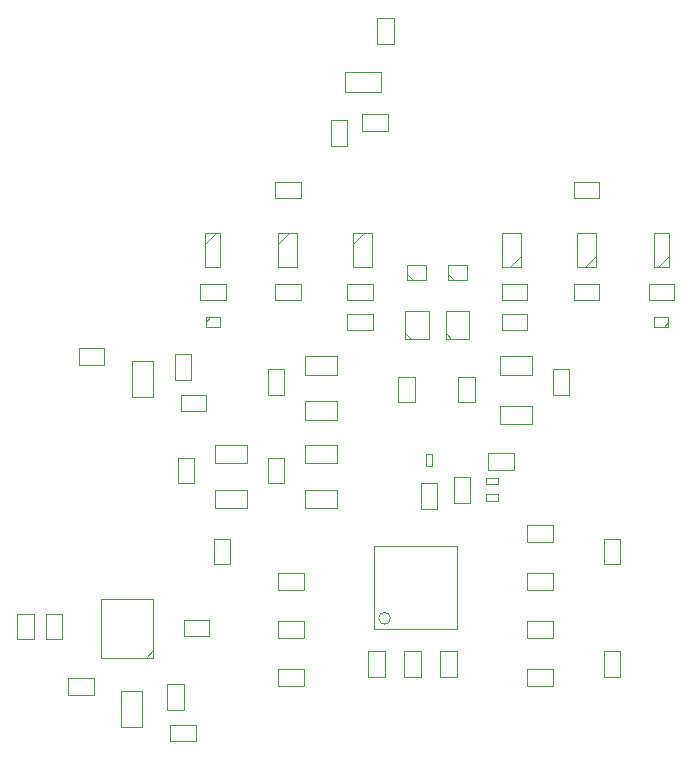
<source format=gbr>
%TF.GenerationSoftware,Altium Limited,Altium Designer,21.6.4 (81)*%
G04 Layer_Color=16711935*
%FSLAX26Y26*%
%MOIN*%
%TF.SameCoordinates,879DA611-49A8-4675-8A71-469A8E5B397B*%
%TF.FilePolarity,Positive*%
%TF.FileFunction,Other,Mechanical_13*%
%TF.Part,Single*%
G01*
G75*
%TA.AperFunction,NonConductor*%
%ADD69C,0.003937*%
D69*
X2382323Y462638D02*
G03*
X2382323Y462638I-19685J0D01*
G01*
X1732323Y52441D02*
Y107559D01*
X1647677Y52441D02*
Y107559D01*
Y52441D02*
X1732323D01*
X1647677Y107559D02*
X1732323D01*
X2327205Y427205D02*
X2602795D01*
X2327205Y702795D02*
X2602795D01*
X2327205Y427205D02*
Y702795D01*
X2602795Y427205D02*
Y702795D01*
X2438504Y1591378D02*
Y1638622D01*
X2501496D01*
Y1591378D02*
Y1638622D01*
X2438504Y1591378D02*
X2501496D01*
X2438504Y1611063D02*
X2458189Y1591378D01*
X2573504D02*
Y1638622D01*
X2636496D01*
Y1591378D02*
Y1638622D01*
X2573504Y1591378D02*
X2636496D01*
X2573504Y1611063D02*
X2593189Y1591378D01*
X2097047Y1336496D02*
X2202953D01*
Y1273504D02*
Y1336496D01*
X2097047Y1273504D02*
Y1336496D01*
Y1273504D02*
X2202953D01*
X2097047Y1123504D02*
X2202953D01*
X2097047D02*
Y1186496D01*
X2202953Y1123504D02*
Y1186496D01*
X2097047D02*
X2202953D01*
X2097047Y1041496D02*
X2202953D01*
Y978504D02*
Y1041496D01*
X2097047Y978504D02*
Y1041496D01*
Y978504D02*
X2202953D01*
X2097047Y828504D02*
X2202953D01*
X2097047D02*
Y891496D01*
X2202953Y828504D02*
Y891496D01*
X2097047D02*
X2202953D01*
X1797047Y1041496D02*
X1902953D01*
Y978504D02*
Y1041496D01*
X1797047Y978504D02*
Y1041496D01*
Y978504D02*
X1902953D01*
X1797047Y828504D02*
X1902953D01*
X1797047D02*
Y891496D01*
X1902953Y828504D02*
Y891496D01*
X1797047D02*
X1902953D01*
X3092441Y642677D02*
Y727323D01*
X3147559Y642677D02*
Y727323D01*
X3092441Y642677D02*
X3147559D01*
X3092441Y727323D02*
X3147559D01*
X2753032Y1632913D02*
X2816968D01*
X2753032D02*
Y1747087D01*
X2816968D01*
Y1632913D02*
Y1747087D01*
X2779567Y1632913D02*
X2816968Y1670315D01*
X2258032Y1747087D02*
X2321968D01*
Y1632913D02*
Y1747087D01*
X2258032Y1632913D02*
X2321968D01*
X2258032D02*
Y1747087D01*
Y1709685D02*
X2295433Y1747087D01*
X2229961Y2215551D02*
Y2284449D01*
X2350039Y2215551D02*
Y2284449D01*
X2229961Y2215551D02*
X2350039D01*
X2229961Y2284449D02*
X2350039D01*
X2237559Y2037677D02*
Y2122323D01*
X2182441Y2037677D02*
Y2122323D01*
X2237559D01*
X2182441Y2037677D02*
X2237559D01*
X2287677Y2087441D02*
X2372323D01*
X2287677Y2142559D02*
X2372323D01*
Y2087441D02*
Y2142559D01*
X2287677Y2087441D02*
Y2142559D01*
X2337441Y2377677D02*
Y2462323D01*
X2392559Y2377677D02*
Y2462323D01*
X2337441Y2377677D02*
X2392559D01*
X2337441Y2462323D02*
X2392559D01*
X1692559Y157677D02*
Y242323D01*
X1637441Y157677D02*
Y242323D01*
X1692559D01*
X1637441Y157677D02*
X1692559D01*
X1307677Y207441D02*
X1392323D01*
X1307677Y262559D02*
X1392323D01*
Y207441D02*
Y262559D01*
X1307677Y207441D02*
Y262559D01*
X1485551Y99961D02*
X1554449D01*
X1485551Y220039D02*
X1554449D01*
Y99961D02*
Y220039D01*
X1485551Y99961D02*
Y220039D01*
X2707677Y1012559D02*
X2792323D01*
X2707677Y957441D02*
X2792323D01*
X2707677D02*
Y1012559D01*
X2792323Y957441D02*
Y1012559D01*
X2740669Y854173D02*
Y875827D01*
X2699331Y854173D02*
Y875827D01*
Y854173D02*
X2740669D01*
X2699331Y875827D02*
X2740669D01*
Y909173D02*
Y930827D01*
X2699331Y909173D02*
Y930827D01*
Y909173D02*
X2740669D01*
X2699331Y930827D02*
X2740669D01*
X2482441Y827677D02*
Y912323D01*
X2537559Y827677D02*
Y912323D01*
X2482441Y827677D02*
X2537559D01*
X2482441Y912323D02*
X2537559D01*
X2593425Y933307D02*
X2646575D01*
X2593425Y846693D02*
X2646575D01*
X2593425D02*
Y933307D01*
X2646575Y846693D02*
Y933307D01*
X2499173Y1010669D02*
X2520827D01*
X2499173Y969331D02*
X2520827D01*
Y1010669D01*
X2499173Y969331D02*
Y1010669D01*
X1520551Y1199961D02*
X1589449D01*
X1520551Y1320039D02*
X1589449D01*
Y1199961D02*
Y1320039D01*
X1520551Y1199961D02*
Y1320039D01*
X1717559Y1257677D02*
Y1342323D01*
X1662441Y1257677D02*
Y1342323D01*
X1717559D01*
X1662441Y1257677D02*
X1717559D01*
X1342677Y1307441D02*
X1427323D01*
X1342677Y1362559D02*
X1427323D01*
Y1307441D02*
Y1362559D01*
X1342677Y1307441D02*
X1342677Y1362559D01*
X1682677Y1207559D02*
X1767323D01*
X1682677Y1152441D02*
X1767323D01*
X1682677D02*
Y1207559D01*
X1767323Y1152441D02*
Y1207559D01*
X1418386Y331575D02*
X1591614D01*
X1418386D02*
Y528425D01*
X1591614D01*
Y331575D02*
Y528425D01*
X1566024Y331575D02*
X1591614Y357165D01*
X1137441Y392677D02*
Y477323D01*
X1192559Y392677D02*
Y477323D01*
X1137441Y392677D02*
X1192559D01*
X1137441Y477323D02*
X1192559D01*
X1692677Y402441D02*
X1777323D01*
X1692677Y457559D02*
X1777323D01*
Y402441D02*
Y457559D01*
X1692677Y402441D02*
Y457559D01*
X1232441Y392677D02*
Y477323D01*
X1287559Y392677D02*
Y477323D01*
X1232441Y392677D02*
X1287559D01*
X1232441Y477323D02*
X1287559D01*
X2237677Y1422441D02*
X2322323D01*
X2237677Y1477559D02*
X2322323D01*
Y1422441D02*
Y1477559D01*
X2237677Y1422441D02*
Y1477559D01*
X2007677Y557441D02*
X2092323D01*
X2007677Y612559D02*
X2092323D01*
Y557441D02*
Y612559D01*
X2007677Y557441D02*
Y612559D01*
X2837677Y292559D02*
X2922323D01*
X2837677Y237441D02*
X2922323D01*
X2837677D02*
Y292559D01*
X2922323Y237441D02*
Y292559D01*
X2837677Y612559D02*
X2922323D01*
X2837677Y557441D02*
X2922323D01*
X2837677D02*
Y612559D01*
X2922323Y557441D02*
Y612559D01*
X2837677Y772559D02*
X2922323D01*
X2837677Y717441D02*
X2922323D01*
X2837677D02*
Y772559D01*
X2922323Y717441D02*
Y772559D01*
X2837677Y452559D02*
X2922323D01*
X2837677Y397441D02*
X2922323D01*
X2837677D02*
Y452559D01*
X2922323Y397441D02*
Y452559D01*
X2482559Y267677D02*
Y352323D01*
X2427441Y267677D02*
Y352323D01*
X2482559D01*
X2427441Y267677D02*
X2482559D01*
X2007677Y397441D02*
X2092323D01*
X2007677Y452559D02*
X2092323D01*
Y397441D02*
Y452559D01*
X2007677Y397441D02*
Y452559D01*
X2752677Y1477559D02*
X2837323D01*
X2752677Y1422441D02*
X2837323D01*
X2752677D02*
Y1477559D01*
X2837323Y1422441D02*
Y1477559D01*
X2007677Y237441D02*
X2092323D01*
X2007677Y292559D02*
X2092323D01*
Y237441D02*
Y292559D01*
X2007677Y237441D02*
Y292559D01*
X2362559Y267677D02*
Y352323D01*
X2307441Y267677D02*
Y352323D01*
X2362559D01*
X2307441Y267677D02*
X2362559D01*
X2602559D02*
Y352323D01*
X2547441Y267677D02*
Y352323D01*
X2602559D01*
X2547441Y267677D02*
X2602559D01*
X2430630Y1414409D02*
X2450315Y1394724D01*
X2430630D02*
X2509370D01*
Y1485276D01*
X2430630D02*
X2509370D01*
X2430630Y1394724D02*
Y1485276D01*
X2565630Y1414409D02*
X2585315Y1394724D01*
X2565630D02*
X2644370D01*
Y1485276D01*
X2565630D02*
X2644370D01*
X2565630Y1394724D02*
Y1485276D01*
X2992677Y1522441D02*
X3077323D01*
X2992677Y1577559D02*
X3077323D01*
Y1522441D02*
Y1577559D01*
X2992677Y1522441D02*
Y1577559D01*
X3242677Y1522441D02*
X3327323D01*
X3242677Y1577559D02*
X3327323D01*
Y1522441D02*
Y1577559D01*
X3242677Y1522441D02*
Y1577559D01*
X2752677Y1522441D02*
X2837323D01*
X2752677Y1577559D02*
X2837323D01*
Y1522441D02*
Y1577559D01*
X2752677Y1522441D02*
Y1577559D01*
X1997677Y1577559D02*
X2082323D01*
X1997677Y1522441D02*
X2082323D01*
X1997677D02*
Y1577559D01*
X2082323Y1522441D02*
Y1577559D01*
X1747677D02*
X1832323D01*
X1747677Y1522441D02*
X1832323D01*
X1747677D02*
Y1577559D01*
X1832323Y1522441D02*
Y1577559D01*
X2237677D02*
X2322323D01*
X2237677Y1522441D02*
X2322323D01*
X2237677D02*
Y1577559D01*
X2322323Y1522441D02*
Y1577559D01*
X3147559Y267677D02*
Y352323D01*
X3092441Y267677D02*
Y352323D01*
X3147559D01*
X3092441Y267677D02*
X3147559D01*
X2607441Y1182677D02*
Y1267323D01*
X2662559Y1182677D02*
Y1267323D01*
X2607441Y1182677D02*
X2662559D01*
X2607441Y1267323D02*
X2662559D01*
X2407441Y1182677D02*
Y1267323D01*
X2462559Y1182677D02*
Y1267323D01*
X2407441Y1182677D02*
X2462559D01*
X2407441Y1267323D02*
X2462559D01*
X1792441Y642677D02*
Y727323D01*
X1847559Y642677D02*
Y727323D01*
X1792441Y642677D02*
X1847559D01*
X1792441Y727323D02*
X1847559D01*
X1972441Y1207677D02*
Y1292323D01*
X2027559Y1207677D02*
Y1292323D01*
X1972441Y1207677D02*
X2027559D01*
X1972441Y1292323D02*
X2027559D01*
X1672441Y912677D02*
Y997323D01*
X1727559Y912677D02*
Y997323D01*
X1672441Y912677D02*
X1727559D01*
X1672441Y997323D02*
X1727559D01*
X1972441Y912677D02*
Y997323D01*
X2027559Y912677D02*
Y997323D01*
X1972441Y912677D02*
X2027559D01*
X1972441Y997323D02*
X2027559D01*
X2922441Y1207677D02*
Y1292323D01*
X2977559Y1207677D02*
Y1292323D01*
X2922441Y1207677D02*
X2977559D01*
X2922441Y1292323D02*
X2977559D01*
X1997677Y1917559D02*
X2082323D01*
X1997677Y1862441D02*
X2082323D01*
X1997677D02*
Y1917559D01*
X2082323Y1862441D02*
Y1917559D01*
X2992677Y1862441D02*
X3077323D01*
X2992677Y1917559D02*
X3077323D01*
Y1862441D02*
Y1917559D01*
X2992677Y1862441D02*
Y1917559D01*
X3293268Y1434252D02*
X3308622Y1449606D01*
Y1434252D02*
Y1465748D01*
X3261378D02*
X3308622D01*
X3261378Y1434252D02*
Y1465748D01*
Y1434252D02*
X3308622D01*
X1766378Y1450394D02*
X1781732Y1465748D01*
X1766378Y1434252D02*
Y1465748D01*
Y1434252D02*
X1813622D01*
Y1465748D01*
X1766378D02*
X1813622D01*
X2747047Y1171496D02*
X2852953D01*
Y1108504D02*
Y1171496D01*
X2747047Y1108504D02*
Y1171496D01*
Y1108504D02*
X2852953D01*
X2747047Y1273504D02*
X2852953D01*
X2747047D02*
Y1336496D01*
X2852953Y1273504D02*
Y1336496D01*
X2747047D02*
X2852953D01*
X3259409Y1632520D02*
X3310591D01*
X3259409D02*
Y1747480D01*
X3310591D01*
Y1632520D02*
Y1747480D01*
X3273189Y1632520D02*
X3310591Y1669921D01*
X3003032Y1632913D02*
X3066968D01*
X3003032D02*
Y1747087D01*
X3066968D01*
Y1632913D02*
Y1747087D01*
X3029567Y1632913D02*
X3066968Y1670315D01*
X1764409Y1747480D02*
X1815591D01*
Y1632520D02*
Y1747480D01*
X1764409Y1632520D02*
X1815591D01*
X1764409D02*
Y1747480D01*
Y1710079D02*
X1801811Y1747480D01*
X2008032Y1747087D02*
X2071968D01*
Y1632913D02*
Y1747087D01*
X2008032Y1632913D02*
X2071968D01*
X2008032D02*
Y1747087D01*
Y1709685D02*
X2045433Y1747087D01*
%TF.MD5,f851db9f7e26ceca0522ea67f0ff91d1*%
M02*

</source>
